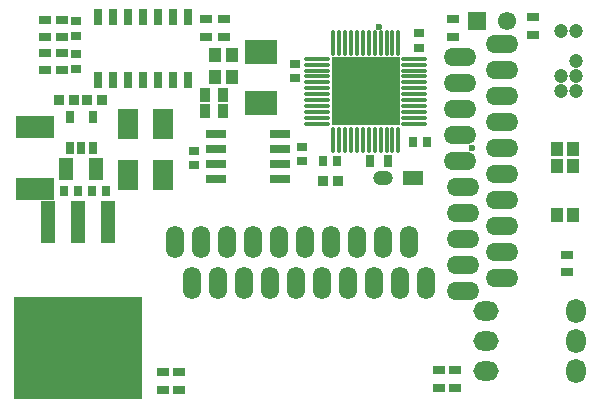
<source format=gbs>
G04*
G04 #@! TF.GenerationSoftware,Altium Limited,Altium Designer,21.1.1 (26)*
G04*
G04 Layer_Color=16711935*
%FSLAX25Y25*%
%MOIN*%
G70*
G04*
G04 #@! TF.SameCoordinates,D6B6CD0C-24BE-41C4-A853-45D6888EAD6D*
G04*
G04*
G04 #@! TF.FilePolarity,Negative*
G04*
G01*
G75*
%ADD26R,0.06102X0.06102*%
%ADD27C,0.06102*%
%ADD28O,0.06102X0.10827*%
%ADD29O,0.10827X0.06102*%
%ADD30R,0.06591X0.04991*%
%ADD31O,0.06591X0.04991*%
%ADD32O,0.06591X0.08091*%
%ADD33O,0.08465X0.06496*%
%ADD34C,0.00591*%
%ADD35C,0.04724*%
%ADD36C,0.02362*%
%ADD37C,0.02559*%
%ADD78R,0.03543X0.02953*%
%ADD82R,0.02953X0.03543*%
%ADD84R,0.03174X0.03379*%
%ADD85R,0.06890X0.10433*%
%ADD87R,0.02598X0.03937*%
%ADD96O,0.01575X0.08465*%
%ADD97O,0.08465X0.01575*%
%ADD98R,0.22638X0.22638*%
%ADD99R,0.04134X0.03150*%
%ADD100R,0.04134X0.04724*%
%ADD101R,0.03740X0.04528*%
%ADD102R,0.10827X0.08071*%
%ADD103R,0.06693X0.02953*%
%ADD104R,0.02874X0.05236*%
%ADD105R,0.04331X0.04724*%
%ADD106R,0.03150X0.04134*%
%ADD107R,0.12992X0.07598*%
%ADD108R,0.42717X0.34449*%
%ADD109R,0.04528X0.13976*%
%ADD110R,0.05136X0.07308*%
D26*
X355400Y345800D02*
D03*
D27*
X365400D02*
D03*
D28*
X303831Y258287D02*
D03*
X306587Y272067D02*
D03*
X332571D02*
D03*
X323910D02*
D03*
X315248D02*
D03*
X297926D02*
D03*
X289264D02*
D03*
X271941D02*
D03*
X263280D02*
D03*
X254619D02*
D03*
X280603D02*
D03*
X260524Y258287D02*
D03*
X269185D02*
D03*
X277847D02*
D03*
X286508D02*
D03*
X295170D02*
D03*
X312493D02*
D03*
X321154D02*
D03*
X329815D02*
D03*
X338477D02*
D03*
D29*
X363614Y303370D02*
D03*
X349835Y307701D02*
D03*
X363614Y260063D02*
D03*
Y268724D02*
D03*
Y277386D02*
D03*
Y286047D02*
D03*
Y294709D02*
D03*
Y312032D02*
D03*
Y320693D02*
D03*
Y329354D02*
D03*
Y338016D02*
D03*
X350835Y255732D02*
D03*
Y264394D02*
D03*
Y273055D02*
D03*
Y281716D02*
D03*
Y290378D02*
D03*
X349835Y299039D02*
D03*
Y316362D02*
D03*
Y325024D02*
D03*
Y333685D02*
D03*
D30*
X334000Y293500D02*
D03*
D31*
X324000D02*
D03*
D32*
X388366Y248994D02*
D03*
Y238994D02*
D03*
Y228994D02*
D03*
D33*
X358234Y249006D02*
D03*
Y239006D02*
D03*
Y229006D02*
D03*
D34*
X383300Y347400D02*
D03*
Y337400D02*
D03*
X388300Y347400D02*
D03*
Y337400D02*
D03*
X383300Y332400D02*
D03*
Y317400D02*
D03*
X388300D02*
D03*
D35*
X383300Y342400D02*
D03*
X388300D02*
D03*
Y332400D02*
D03*
X383300Y327400D02*
D03*
Y322400D02*
D03*
X388300Y327400D02*
D03*
Y322400D02*
D03*
D36*
X353600Y303400D02*
D03*
X322600Y343700D02*
D03*
D37*
X309669Y313669D02*
D03*
X314000D02*
D03*
X318331D02*
D03*
X322661D02*
D03*
X326992D02*
D03*
X309669Y318000D02*
D03*
X314000D02*
D03*
X318331D02*
D03*
X322661D02*
D03*
X326992D02*
D03*
X309669Y322331D02*
D03*
X314000D02*
D03*
X318331D02*
D03*
X322661D02*
D03*
X326992D02*
D03*
X309669Y326661D02*
D03*
X314000D02*
D03*
X318331D02*
D03*
X322661D02*
D03*
X326992D02*
D03*
X309669Y330992D02*
D03*
X314000D02*
D03*
X318331D02*
D03*
X322661D02*
D03*
X326992D02*
D03*
D78*
X261100Y302462D02*
D03*
Y297738D02*
D03*
X336100Y336838D02*
D03*
Y341562D02*
D03*
X296900Y303862D02*
D03*
Y299138D02*
D03*
X221796Y345589D02*
D03*
Y340864D02*
D03*
X221784Y329889D02*
D03*
Y334613D02*
D03*
X294700Y331462D02*
D03*
Y326738D02*
D03*
D82*
X304138Y299200D02*
D03*
X308862D02*
D03*
X334138Y305500D02*
D03*
X338862D02*
D03*
X227138Y288900D02*
D03*
X231862D02*
D03*
X222362D02*
D03*
X217638D02*
D03*
D84*
X304035Y292400D02*
D03*
X308965D02*
D03*
X220965Y319500D02*
D03*
X216035D02*
D03*
X225535D02*
D03*
X230465D02*
D03*
D85*
X250800Y311465D02*
D03*
Y294535D02*
D03*
X239000Y311429D02*
D03*
Y294500D02*
D03*
D87*
X227240Y313618D02*
D03*
X219760D02*
D03*
Y303382D02*
D03*
X223500D02*
D03*
X227240D02*
D03*
D96*
X307504Y338453D02*
D03*
X309472D02*
D03*
X311441D02*
D03*
X313409D02*
D03*
X315378D02*
D03*
X317347D02*
D03*
X319315D02*
D03*
X321284D02*
D03*
X323252D02*
D03*
X325220D02*
D03*
X327189D02*
D03*
X329157D02*
D03*
Y306209D02*
D03*
X327189D02*
D03*
X325220D02*
D03*
X323252D02*
D03*
X321284D02*
D03*
X319315D02*
D03*
X317347D02*
D03*
X315378D02*
D03*
X313409D02*
D03*
X311441D02*
D03*
X309472D02*
D03*
X307504D02*
D03*
D97*
X334453Y333157D02*
D03*
Y331189D02*
D03*
Y329221D02*
D03*
Y327252D02*
D03*
Y325284D02*
D03*
Y323315D02*
D03*
Y321346D02*
D03*
Y319378D02*
D03*
Y317409D02*
D03*
Y315441D02*
D03*
Y313472D02*
D03*
Y311504D02*
D03*
X302209D02*
D03*
Y313472D02*
D03*
Y315441D02*
D03*
Y317409D02*
D03*
Y319378D02*
D03*
Y321346D02*
D03*
Y323315D02*
D03*
Y325284D02*
D03*
Y327252D02*
D03*
Y329221D02*
D03*
Y331189D02*
D03*
Y333157D02*
D03*
D98*
X318331Y322331D02*
D03*
D99*
X374001Y341047D02*
D03*
Y346953D02*
D03*
X347299Y340547D02*
D03*
Y346453D02*
D03*
X385299Y261947D02*
D03*
Y267853D02*
D03*
X255999Y228753D02*
D03*
Y222847D02*
D03*
X271001Y340547D02*
D03*
Y346453D02*
D03*
X265001Y340547D02*
D03*
Y346453D02*
D03*
X342599Y223547D02*
D03*
Y229453D02*
D03*
X348099Y223547D02*
D03*
Y229453D02*
D03*
X250599Y228753D02*
D03*
Y222847D02*
D03*
X211290Y346179D02*
D03*
Y340274D02*
D03*
X211288Y329298D02*
D03*
Y335203D02*
D03*
X216887D02*
D03*
Y329298D02*
D03*
X216886Y340274D02*
D03*
Y346179D02*
D03*
D100*
X387315Y303100D02*
D03*
X382000D02*
D03*
X387315Y297400D02*
D03*
X382000D02*
D03*
X387457Y281100D02*
D03*
X382142D02*
D03*
D101*
X270553Y315600D02*
D03*
X264647D02*
D03*
Y321100D02*
D03*
X270553D02*
D03*
D102*
X283300Y335365D02*
D03*
Y318435D02*
D03*
D103*
X268470Y308000D02*
D03*
X289730Y303000D02*
D03*
X268470Y293000D02*
D03*
X289730Y308000D02*
D03*
Y298000D02*
D03*
Y293000D02*
D03*
X268470Y298000D02*
D03*
Y303000D02*
D03*
D104*
X229000Y346972D02*
D03*
X234000D02*
D03*
X239000D02*
D03*
X244000D02*
D03*
X249000D02*
D03*
X254000D02*
D03*
X259000D02*
D03*
Y326028D02*
D03*
X254000D02*
D03*
X249000D02*
D03*
X244000D02*
D03*
X239000D02*
D03*
X234000D02*
D03*
X229000D02*
D03*
D105*
X267946Y334500D02*
D03*
X273654D02*
D03*
X267946Y326900D02*
D03*
X273654D02*
D03*
D106*
X319647Y299101D02*
D03*
X325553D02*
D03*
D107*
X208000Y289705D02*
D03*
Y310295D02*
D03*
D108*
X222500Y236868D02*
D03*
D109*
Y278600D02*
D03*
X212500D02*
D03*
X232500D02*
D03*
D110*
X218477Y296500D02*
D03*
X228523D02*
D03*
M02*

</source>
